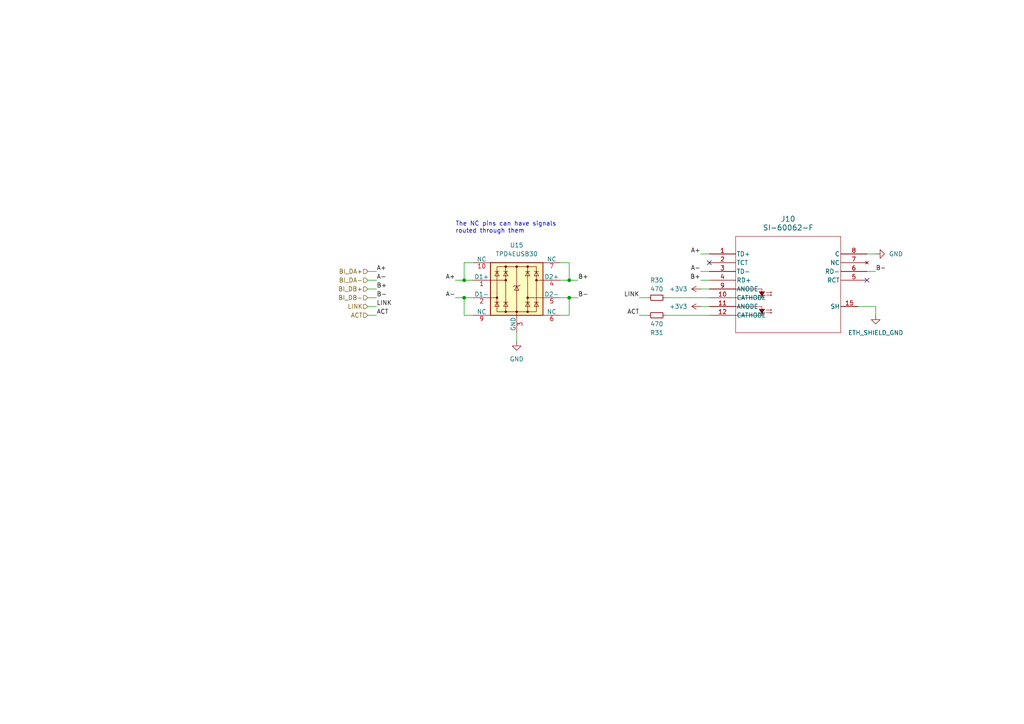
<source format=kicad_sch>
(kicad_sch (version 20250114) (generator "eeschema") (generator_version "9.0")
  (paper "A4")
  (lib_symbols
    (symbol "2025-01-05_21-46-56:SI-60062-F" (pin_names (offset 0.254))
      (property "Reference" "J9" (at 22.86 10.16 0))
      (property "Value" "SI-60062-F" (at 22.86 7.62 0))
      (symbol "SI-60062-F_0_1"
        (polyline (pts (xy 7.62 5.08) (xy 7.62 -22.86)) (stroke (width 0.127)))
        (polyline (pts (xy 7.62 -10.16) (xy 15.24 -10.16)) (stroke (width 0.127)))
        (polyline (pts (xy 7.62 -15.24) (xy 15.24 -15.24)) (stroke (width 0.127)))
        (polyline (pts (xy 7.62 -22.86) (xy 38.1 -22.86)) (stroke (width 0.127)))
        (polyline (pts (xy 14.478 -10.922) (xy 16.002 -10.922)) (stroke (width 0.127)))
        (polyline (pts (xy 14.478 -10.922) (xy 15.24 -12.192) (xy 16.002 -10.922)) (fill (type outline)))
        (polyline (pts (xy 14.478 -12.192) (xy 16.002 -12.192)) (stroke (width 0.127)))
        (polyline (pts (xy 14.478 -16.002) (xy 16.002 -16.002)) (stroke (width 0.127)))
        (polyline (pts (xy 14.478 -16.002) (xy 15.24 -17.272) (xy 16.002 -16.002)) (fill (type outline)))
        (polyline (pts (xy 14.478 -17.272) (xy 16.002 -17.272)) (stroke (width 0.127)))
        (polyline (pts (xy 15.24 -10.16) (xy 15.24 -12.7)) (stroke (width 0.127)))
        (polyline (pts (xy 15.24 -12.192) (xy 14.478 -10.922)) (stroke (width 0.127)))
        (polyline (pts (xy 15.24 -12.7) (xy 7.62 -12.7)) (stroke (width 0.127)))
        (polyline (pts (xy 15.24 -15.24) (xy 15.24 -17.78)) (stroke (width 0.127)))
        (polyline (pts (xy 15.24 -17.272) (xy 14.478 -16.002)) (stroke (width 0.127)))
        (polyline (pts (xy 15.24 -17.78) (xy 7.62 -17.78)) (stroke (width 0.127)))
        (polyline (pts (xy 16.002 -10.922) (xy 15.24 -12.192)) (stroke (width 0.127)))
        (polyline (pts (xy 16.002 -16.002) (xy 15.24 -17.272)) (stroke (width 0.127)))
        (polyline (pts (xy 16.51 -11.176) (xy 18.034 -11.176)) (stroke (width 0.127)))
        (polyline (pts (xy 16.51 -11.938) (xy 18.034 -11.938)) (stroke (width 0.127)))
        (polyline (pts (xy 16.51 -16.256) (xy 18.034 -16.256)) (stroke (width 0.127)))
        (polyline (pts (xy 16.51 -17.018) (xy 18.034 -17.018)) (stroke (width 0.127)))
        (polyline (pts (xy 18.034 -11.176) (xy 17.78 -10.922)) (stroke (width 0.127)))
        (polyline (pts (xy 18.034 -11.176) (xy 17.78 -11.43)) (stroke (width 0.127)))
        (polyline (pts (xy 18.034 -11.938) (xy 17.78 -11.684)) (stroke (width 0.127)))
        (polyline (pts (xy 18.034 -11.938) (xy 17.78 -12.192)) (stroke (width 0.127)))
        (polyline (pts (xy 18.034 -16.256) (xy 17.78 -16.002)) (stroke (width 0.127)))
        (polyline (pts (xy 18.034 -16.256) (xy 17.78 -16.51)) (stroke (width 0.127)))
        (polyline (pts (xy 18.034 -17.018) (xy 17.78 -16.764)) (stroke (width 0.127)))
        (polyline (pts (xy 18.034 -17.018) (xy 17.78 -17.272)) (stroke (width 0.127)))
        (polyline (pts (xy 38.1 5.08) (xy 7.62 5.08)) (stroke (width 0.127)))
        (polyline (pts (xy 38.1 -22.86) (xy 38.1 5.08)) (stroke (width 0.127)))
        (pin unspecified line (at 0 0 0) (length 7.62) (name "TD+") (number "1"))
        (pin unspecified line (at 0 -2.54 0) (length 7.62) (name "TCT") (number "2"))
        (pin unspecified line (at 0 -5.08 0) (length 7.62) (name "TD-") (number "3"))
        (pin unspecified line (at 0 -7.62 0) (length 7.62) (name "RD+") (number "4"))
        (pin input line (at 0 -10.16 0) (length 7.62) (name "ANODE") (number "9"))
        (pin output line (at 0 -12.7 0) (length 7.62) (name "CATHODE") (number "10"))
        (pin input line (at 0 -15.24 0) (length 7.62) (name "ANODE") (number "11"))
        (pin output line (at 0 -17.78 0) (length 7.62) (name "CATHODE") (number "12"))
        (pin unspecified line (at 45.72 0 180) (length 7.62) (name "C") (number "8"))
        (pin no_connect line (at 45.72 -2.54 180) (length 7.62) (name "NC") (number "7"))
        (pin unspecified line (at 45.72 -5.08 180) (length 7.62) (name "RD-") (number "6"))
        (pin unspecified line (at 45.72 -7.62 180) (length 7.62) (name "RCT") (number "5"))
      )
      (symbol "SI-60062-F_1_1"
        (pin passive line (at 43.18 -15.24 180) (length 5.08) (name "SH") (number "15"))
        (pin passive line (at 43.18 -15.24 180) (length 5.08) (hide yes) (name "SH") (number "16"))
      )
    )
    (symbol "Device:R_Small" (pin_numbers (hide yes)) (pin_names (offset 0.254) (hide yes))
      (property "Reference" "R" (at 0.762 0.508 0))
      (property "Value" "R_Small" (at 0.762 -1.016 0))
      (symbol "R_Small_0_1"
        (rectangle (start -0.762 1.778) (end 0.762 -1.778) (stroke (width 0.2032)))
      )
      (symbol "R_Small_1_1"
        (pin passive line (at 0 2.54 270) (length 0.762) (name "~") (number "1"))
        (pin passive line (at 0 -2.54 90) (length 0.762) (name "~") (number "2"))
      )
    )
    (symbol "Power_Protection:TPD4EUSB30" (pin_names (offset 0))
      (property "Reference" "U" (at -0.635 8.89 0))
      (property "Value" "TPD4EUSB30" (at 8.89 -10.16 0))
      (symbol "TPD4EUSB30_0_0"
        (rectangle (start -5.715 6.477) (end 5.715 -6.604))
        (polyline (pts (xy -3.175 -6.604) (xy -3.175 6.477)))
        (polyline (pts (xy 0 6.477) (xy 0 -6.604)))
        (polyline (pts (xy 3.175 6.477) (xy 3.175 -6.604)))
      )
      (symbol "TPD4EUSB30_0_1"
        (polyline (pts (xy -7.747 2.54) (xy -3.175 2.54)))
        (rectangle (start -7.62 7.62) (end 7.62 -7.62) (stroke (width 0.254)) (fill (type background)))
        (polyline (pts (xy -7.62 -2.54) (xy -5.715 -2.54)))
        (circle (center -5.715 -2.54) (radius 0.2794) (fill (type outline)))
        (polyline (pts (xy -5.08 5.08) (xy -6.35 5.08)))
        (polyline (pts (xy -5.08 3.81) (xy -6.35 3.81) (xy -5.715 5.08) (xy -5.08 3.81)))
        (polyline (pts (xy -5.08 -3.81) (xy -6.35 -3.81)))
        (polyline (pts (xy -5.08 -5.08) (xy -6.35 -5.08) (xy -5.715 -3.81) (xy -5.08 -5.08)))
        (circle (center -3.175 6.477) (radius 0.2794) (fill (type outline)))
        (circle (center -3.175 2.54) (radius 0.2794) (fill (type outline)))
        (circle (center -3.175 -6.604) (radius 0.2794) (fill (type outline)))
        (polyline (pts (xy -2.54 5.08) (xy -3.81 5.08)))
        (polyline (pts (xy -2.54 3.81) (xy -3.81 3.81) (xy -3.175 5.08) (xy -2.54 3.81)))
        (polyline (pts (xy -2.54 -3.81) (xy -3.81 -3.81)))
        (polyline (pts (xy -2.54 -5.08) (xy -3.81 -5.08) (xy -3.175 -3.81) (xy -2.54 -5.08)))
        (polyline (pts (xy -0.635 0.889) (xy -1.016 0.635)))
        (circle (center 0 6.477) (radius 0.2794) (fill (type outline)))
        (polyline (pts (xy 0 -6.604) (xy 0 -7.62)))
        (circle (center 0 -6.604) (radius 0.2794) (fill (type outline)))
        (polyline (pts (xy 0.635 0.889) (xy -0.635 0.889)))
        (polyline (pts (xy 0.635 0.889) (xy 1.016 1.143)))
        (polyline (pts (xy 0.635 -0.381) (xy -0.635 -0.381) (xy 0 0.889) (xy 0.635 -0.381)))
        (circle (center 3.175 6.477) (radius 0.2794) (fill (type outline)))
        (circle (center 3.175 -2.54) (radius 0.2794) (fill (type outline)))
        (circle (center 3.175 -6.604) (radius 0.2794) (fill (type outline)))
        (polyline (pts (xy 3.81 5.08) (xy 2.54 5.08)))
        (polyline (pts (xy 3.81 3.81) (xy 2.54 3.81) (xy 3.175 5.08) (xy 3.81 3.81)))
        (polyline (pts (xy 3.81 -3.81) (xy 2.54 -3.81)))
        (polyline (pts (xy 3.81 -5.08) (xy 2.54 -5.08) (xy 3.175 -3.81) (xy 3.81 -5.08)))
        (circle (center 5.715 2.54) (radius 0.2794) (fill (type outline)))
        (polyline (pts (xy 6.35 5.08) (xy 5.08 5.08)))
        (polyline (pts (xy 6.35 3.81) (xy 5.08 3.81) (xy 5.715 5.08) (xy 6.35 3.81)))
        (polyline (pts (xy 6.35 -3.81) (xy 5.08 -3.81)))
        (polyline (pts (xy 6.35 -5.08) (xy 5.08 -5.08) (xy 5.715 -3.81) (xy 6.35 -5.08)))
        (polyline (pts (xy 7.62 2.54) (xy 5.715 2.54)))
        (polyline (pts (xy 7.62 -2.54) (xy 3.175 -2.54)))
      )
      (symbol "TPD4EUSB30_1_1"
        (pin free line (at -12.7 7.62 0) (length 5.08) (name "NC") (number "10"))
        (pin passive line (at -12.7 2.54 0) (length 5.08) (name "D1+") (number "1"))
        (pin passive line (at -12.7 -2.54 0) (length 5.08) (name "D1-") (number "2"))
        (pin free line (at -12.7 -7.62 0) (length 5.08) (name "NC") (number "9"))
        (pin power_in line (at 0 -12.7 90) (length 5.08) (name "GND") (number "3"))
        (pin passive line (at 0 -12.7 90) (length 5.08) (hide yes) (name "GND") (number "8"))
        (pin free line (at 12.7 7.62 180) (length 5.08) (name "NC") (number "7"))
        (pin passive line (at 12.7 2.54 180) (length 5.08) (name "D2+") (number "4"))
        (pin passive line (at 12.7 -2.54 180) (length 5.08) (name "D2-") (number "5"))
        (pin free line (at 12.7 -7.62 180) (length 5.08) (name "NC") (number "6"))
      )
    )
    (symbol "power:+3V3" (power) (pin_numbers (hide yes)) (pin_names (offset 0) (hide yes))
      (property "Value" "+3V3" (at 0 3.556 0))
      (symbol "+3V3_0_1"
        (polyline (pts (xy -0.762 1.27) (xy 0 2.54)))
        (polyline (pts (xy 0 2.54) (xy 0.762 1.27)))
        (polyline (pts (xy 0 0) (xy 0 2.54)))
      )
      (symbol "+3V3_1_1"
        (pin power_in line (at 0 0 90) (length 0) (name "~") (number "1"))
      )
    )
    (symbol "power:GND" (power) (pin_numbers (hide yes)) (pin_names (offset 0) (hide yes))
      (property "Value" "GND" (at 0 -3.81 0))
      (symbol "GND_0_1"
        (polyline (pts (xy 0 0) (xy 0 -1.27) (xy 1.27 -1.27) (xy 0 -2.54) (xy -1.27 -1.27) (xy 0 -1.27)))
      )
      (symbol "GND_1_1"
        (pin power_in line (at 0 0 270) (length 0) (name "~") (number "1"))
      )
    )
  )
  (text "The NC pins can have signals\nrouted through them" (at 132.08 66.04 0) (effects (font (size 1.27 1.27)) (justify left)))
  (junction (at 134.62 86.36))
  (junction (at 134.62 81.28))
  (junction (at 165.1 86.36))
  (junction (at 165.1 81.28))
  (no_connect (at 205.74 76.2))
  (no_connect (at 251.46 81.28))
  (wire (pts (xy 193.04 91.44) (xy 205.74 91.44)))
  (wire (pts (xy 254 73.66) (xy 251.46 73.66)))
  (wire (pts (xy 106.68 78.74) (xy 109.22 78.74)))
  (wire (pts (xy 106.68 91.44) (xy 109.22 91.44)))
  (wire (pts (xy 134.62 76.2) (xy 134.62 81.28)))
  (wire (pts (xy 165.1 86.36) (xy 162.56 86.36)))
  (wire (pts (xy 137.16 76.2) (xy 134.62 76.2)))
  (wire (pts (xy 149.86 96.52) (xy 149.86 99.06)))
  (wire (pts (xy 134.62 86.36) (xy 137.16 86.36)))
  (wire (pts (xy 165.1 81.28) (xy 167.64 81.28)))
  (wire (pts (xy 165.1 76.2) (xy 162.56 76.2)))
  (wire (pts (xy 254 88.9) (xy 254 91.44)))
  (wire (pts (xy 165.1 91.44) (xy 165.1 86.36)))
  (wire (pts (xy 165.1 81.28) (xy 165.1 76.2)))
  (wire (pts (xy 162.56 91.44) (xy 165.1 91.44)))
  (wire (pts (xy 203.2 88.9) (xy 205.74 88.9)))
  (wire (pts (xy 248.92 88.9) (xy 254 88.9)))
  (wire (pts (xy 203.2 73.66) (xy 205.74 73.66)))
  (wire (pts (xy 106.68 81.28) (xy 109.22 81.28)))
  (wire (pts (xy 134.62 91.44) (xy 134.62 86.36)))
  (wire (pts (xy 137.16 91.44) (xy 134.62 91.44)))
  (wire (pts (xy 193.04 86.36) (xy 205.74 86.36)))
  (wire (pts (xy 203.2 81.28) (xy 205.74 81.28)))
  (wire (pts (xy 162.56 81.28) (xy 165.1 81.28)))
  (wire (pts (xy 132.08 81.28) (xy 134.62 81.28)))
  (wire (pts (xy 106.68 86.36) (xy 109.22 86.36)))
  (wire (pts (xy 106.68 83.82) (xy 109.22 83.82)))
  (wire (pts (xy 134.62 81.28) (xy 137.16 81.28)))
  (wire (pts (xy 165.1 86.36) (xy 167.64 86.36)))
  (wire (pts (xy 187.96 91.44) (xy 185.42 91.44)))
  (wire (pts (xy 132.08 86.36) (xy 134.62 86.36)))
  (wire (pts (xy 254 78.74) (xy 251.46 78.74)))
  (wire (pts (xy 203.2 78.74) (xy 205.74 78.74)))
  (wire (pts (xy 187.96 86.36) (xy 185.42 86.36)))
  (wire (pts (xy 203.2 83.82) (xy 205.74 83.82)))
  (wire (pts (xy 106.68 88.9) (xy 109.22 88.9)))
  (label "A+" (at 109.22 78.74 0))
  (label "B+" (at 203.2 81.28 180))
  (label "LINK" (at 185.42 86.36 180))
  (label "A-" (at 132.08 86.36 180))
  (label "A-" (at 109.22 81.28 0))
  (label "B-" (at 254 78.74 0))
  (label "A+" (at 203.2 73.66 180))
  (label "B-" (at 109.22 86.36 0))
  (label "A-" (at 203.2 78.74 180))
  (label "A+" (at 132.08 81.28 180))
  (label "B-" (at 167.64 86.36 0))
  (label "ACT" (at 185.42 91.44 180))
  (label "LINK" (at 109.22 88.9 0))
  (label "B+" (at 109.22 83.82 0))
  (label "B+" (at 167.64 81.28 0))
  (label "ACT" (at 109.22 91.44 0))
  (hierarchical_label "LINK" (shape input) (at 106.68 88.9 180))
  (hierarchical_label "BI_DB+" (shape input) (at 106.68 83.82 180))
  (hierarchical_label "BI_DA+" (shape input) (at 106.68 78.74 180))
  (hierarchical_label "BI_DB-" (shape input) (at 106.68 86.36 180))
  (hierarchical_label "ACT" (shape input) (at 106.68 91.44 180))
  (hierarchical_label "BI_DA-" (shape input) (at 106.68 81.28 180))
  (symbol (lib_id "power:GND") (at 254 91.44 0) (unit 1)
    (property "Reference" "#PWR0247" (effects (hide yes)))
    (property "Value" "ETH_SHIELD_GND" (at 254 96.52 0))
    (property "Description" "Power symbol creates a global label with name \"GND\" , ground" (effects (hide yes)))
  )
  (symbol (lib_id "Device:R_Small") (at 190.5 91.44 270) (unit 1)
    (property "Reference" "R31" (at 190.5 96.52 90))
    (property "Value" "470" (at 190.5 93.98 90))
    (property "Footprint" "Resistor_SMD:R_0402_1005Metric" (effects (hide yes)))
    (property "Description" "Resistor, small symbol" (effects (hide yes)))
    (property "LCSC" "C25117" (effects (hide yes)))
  )
  (symbol (lib_id "Device:R_Small") (at 190.5 86.36 270) (mirror x) (unit 1)
    (property "Reference" "R30" (at 190.5 81.28 90))
    (property "Value" "470" (at 190.5 83.82 90))
    (property "Footprint" "Resistor_SMD:R_0402_1005Metric" (effects (hide yes)))
    (property "Description" "Resistor, small symbol" (effects (hide yes)))
    (property "LCSC" "C25117" (effects (hide yes)))
  )
  (symbol (lib_id "power:+3V3") (at 203.2 83.82 90) (unit 1)
    (property "Reference" "#PWR0177" (effects (hide yes)))
    (property "Value" "+3V3" (at 199.39 83.8199 90) (effects (justify left)))
    (property "Description" "Power symbol creates a global label with name \"+3V3\"" (effects (hide yes)))
  )
  (symbol (lib_id "2025-01-05_21-46-56:SI-60062-F") (at 205.74 73.66 0) (unit 1)
    (property "Reference" "J10" (at 228.6 63.5 0) (effects (font (size 1.524 1.524))))
    (property "Value" "SI-60062-F" (at 228.6 66.04 0) (effects (font (size 1.524 1.524))))
    (property "Footprint" "footprints:SI-60062-F_STW" (effects (hide yes)))
    (property "Datasheet" "SI-60062-F" (effects (hide yes)))
  )
  (symbol (lib_id "power:GND") (at 254 73.66 90) (unit 1)
    (property "Reference" "#PWR0179" (effects (hide yes)))
    (property "Value" "GND" (at 257.81 73.6599 90) (effects (justify right)))
    (property "Description" "Power symbol creates a global label with name \"GND\" , ground" (effects (hide yes)))
  )
  (symbol (lib_id "power:+3V3") (at 203.2 88.9 90) (unit 1)
    (property "Reference" "#PWR0178" (effects (hide yes)))
    (property "Value" "+3V3" (at 199.39 88.8999 90) (effects (justify left)))
    (property "Description" "Power symbol creates a global label with name \"+3V3\"" (effects (hide yes)))
  )
  (symbol (lib_id "Power_Protection:TPD4EUSB30") (at 149.86 83.82 0) (unit 1)
    (property "Reference" "U15" (at 149.86 71.12 0))
    (property "Value" "TPD4EUSB30" (at 149.86 73.66 0))
    (property "Footprint" "Package_SON:USON-10_2.5x1.0mm_P0.5mm" (effects (hide yes)))
    (property "Datasheet" "http://www.ti.com/lit/ds/symlink/tpd2eusb30a.pdf" (effects (hide yes)))
    (property "Description" "4-Channel ESD Protection for Super-Speed USB 3.0 Interface, USON-10" (effects (hide yes)))
    (property "LCSC" "C5148477" (effects (hide yes)))
  )
  (symbol (lib_id "power:GND") (at 149.86 99.06 0) (unit 1)
    (property "Reference" "#PWR0176" (effects (hide yes)))
    (property "Value" "GND" (at 149.86 104.14 0))
    (property "Description" "Power symbol creates a global label with name \"GND\" , ground" (effects (hide yes)))
  )
)
</source>
